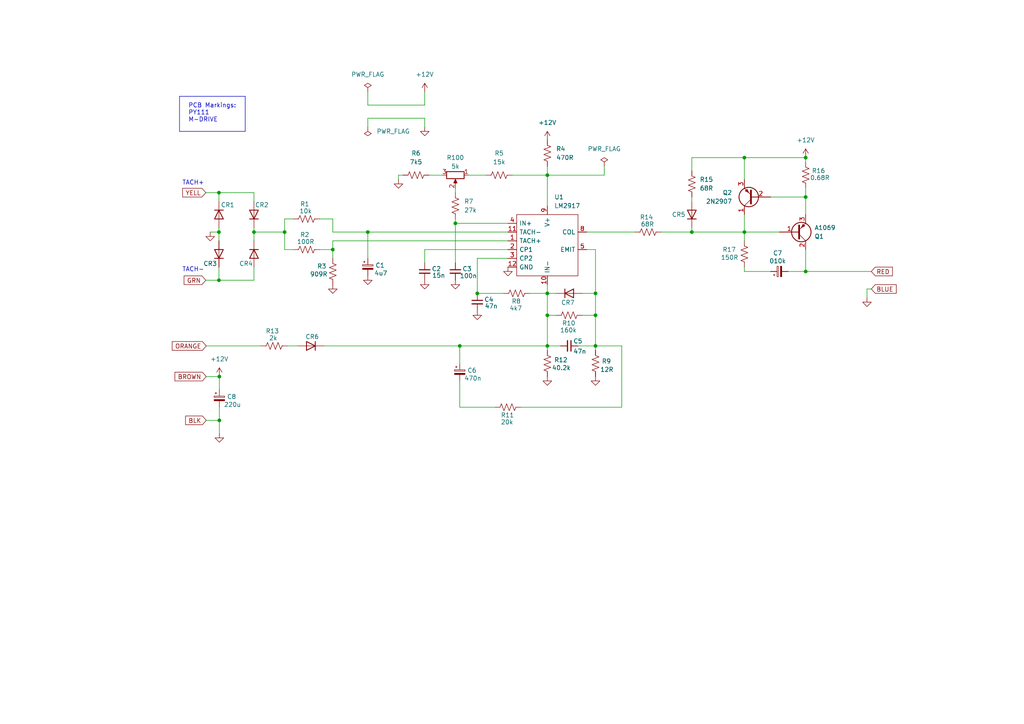
<source format=kicad_sch>
(kicad_sch (version 20230121) (generator eeschema)
  (paper "A4")
  (title_block (title "Apple Disk Drive II Speed Sensor PCB") (comment 1 "A2M0003") (comment 2 "Component references are different to schematics online"))
  (lib_symbols
    (symbol "Device:C_Polarized_Small" (pin_numbers hide) (pin_names (offset 0.254) hide)
      (property "Reference" "C" (at 0.254 1.778 0))
      (property "Value" "C_Polarized_Small" (at 0.254 -2.032 0))
      (symbol "C_Polarized_Small_0_1"
        (rectangle (start -1.524 -0.3048) (end 1.524 -0.6858) (fill (type outline)))
        (rectangle (start -1.524 0.6858) (end 1.524 0.3048))
        (polyline (pts (xy -1.27 1.524) (xy -0.762 1.524)))
        (polyline (pts (xy -1.016 1.27) (xy -1.016 1.778)))
      )
      (symbol "C_Polarized_Small_1_1"
        (pin passive line (at 0 2.54 270) (length 1.8542) (name "~") (number "1"))
        (pin passive line (at 0 -2.54 90) (length 1.8542) (name "~") (number "2"))
      )
    )
    (symbol "Device:C_Small" (pin_numbers hide) (pin_names (offset 0.254) hide)
      (property "Reference" "C" (at 0.254 1.778 0))
      (property "Value" "C_Small" (at 0.254 -2.032 0))
      (symbol "C_Small_0_1"
        (polyline (pts (xy -1.524 -0.508) (xy 1.524 -0.508)) (stroke (width 0.3302)))
        (polyline (pts (xy -1.524 0.508) (xy 1.524 0.508)) (stroke (width 0.3048)))
      )
      (symbol "C_Small_1_1"
        (pin passive line (at 0 2.54 270) (length 2.032) (name "~") (number "1"))
        (pin passive line (at 0 -2.54 90) (length 2.032) (name "~") (number "2"))
      )
    )
    (symbol "Device:Q_PNP_BCE" (pin_names (offset 0) hide)
      (property "Reference" "Q" (at 5.08 1.27 0))
      (property "Value" "Q_PNP_BCE" (at 5.08 -1.27 0))
      (symbol "Q_PNP_BCE_0_1"
        (polyline (pts (xy 0.635 0.635) (xy 2.54 2.54)))
        (polyline (pts (xy 0.635 -0.635) (xy 2.54 -2.54) (xy 2.54 -2.54)))
        (polyline (pts (xy 0.635 1.905) (xy 0.635 -1.905) (xy 0.635 -1.905)) (stroke (width 0.508)))
        (polyline (pts (xy 2.286 -1.778) (xy 1.778 -2.286) (xy 1.27 -1.27) (xy 2.286 -1.778) (xy 2.286 -1.778)) (fill (type outline)))
        (circle (center 1.27 0) (radius 2.8194) (stroke (width 0.254)))
      )
      (symbol "Q_PNP_BCE_1_1"
        (pin input line (at -5.08 0 0) (length 5.715) (name "B") (number "1"))
        (pin passive line (at 2.54 5.08 270) (length 2.54) (name "C") (number "2"))
        (pin passive line (at 2.54 -5.08 90) (length 2.54) (name "E") (number "3"))
      )
    )
    (symbol "Device:Q_PNP_CBE" (pin_names (offset 0) hide)
      (property "Reference" "Q" (at 5.08 1.27 0))
      (property "Value" "Q_PNP_CBE" (at 5.08 -1.27 0))
      (symbol "Q_PNP_CBE_0_1"
        (polyline (pts (xy 0.635 0.635) (xy 2.54 2.54)))
        (polyline (pts (xy 0.635 -0.635) (xy 2.54 -2.54) (xy 2.54 -2.54)))
        (polyline (pts (xy 0.635 1.905) (xy 0.635 -1.905) (xy 0.635 -1.905)) (stroke (width 0.508)))
        (polyline (pts (xy 2.286 -1.778) (xy 1.778 -2.286) (xy 1.27 -1.27) (xy 2.286 -1.778) (xy 2.286 -1.778)) (fill (type outline)))
        (circle (center 1.27 0) (radius 2.8194) (stroke (width 0.254)))
      )
      (symbol "Q_PNP_CBE_1_1"
        (pin passive line (at 2.54 5.08 270) (length 2.54) (name "C") (number "1"))
        (pin input line (at -5.08 0 0) (length 5.715) (name "B") (number "2"))
        (pin passive line (at 2.54 -5.08 90) (length 2.54) (name "E") (number "3"))
      )
    )
    (symbol "Device:R_Potentiometer" (pin_names (offset 1.016) hide)
      (property "Reference" "RV" (at -4.445 0 90))
      (property "Value" "R_Potentiometer" (at -2.54 0 90))
      (symbol "R_Potentiometer_0_1"
        (polyline (pts (xy 2.54 0) (xy 1.524 0)))
        (polyline (pts (xy 1.143 0) (xy 2.286 0.508) (xy 2.286 -0.508) (xy 1.143 0)) (fill (type outline)))
        (rectangle (start 1.016 2.54) (end -1.016 -2.54) (stroke (width 0.254)))
      )
      (symbol "R_Potentiometer_1_1"
        (pin passive line (at 0 3.81 270) (length 1.27) (name "1") (number "1"))
        (pin passive line (at 3.81 0 180) (length 1.27) (name "2") (number "2"))
        (pin passive line (at 0 -3.81 90) (length 1.27) (name "3") (number "3"))
      )
    )
    (symbol "Device:R_US" (pin_numbers hide) (pin_names (offset 0))
      (property "Reference" "R" (at 2.54 0 90))
      (property "Value" "R_US" (at -2.54 0 90))
      (symbol "R_US_0_1"
        (polyline (pts (xy 0 -2.286) (xy 0 -2.54)))
        (polyline (pts (xy 0 2.286) (xy 0 2.54)))
        (polyline (pts (xy 0 -0.762) (xy 1.016 -1.143) (xy 0 -1.524) (xy -1.016 -1.905) (xy 0 -2.286)))
        (polyline (pts (xy 0 0.762) (xy 1.016 0.381) (xy 0 0) (xy -1.016 -0.381) (xy 0 -0.762)))
        (polyline (pts (xy 0 2.286) (xy 1.016 1.905) (xy 0 1.524) (xy -1.016 1.143) (xy 0 0.762)))
      )
      (symbol "R_US_1_1"
        (pin passive line (at 0 3.81 270) (length 1.27) (name "~") (number "1"))
        (pin passive line (at 0 -3.81 90) (length 1.27) (name "~") (number "2"))
      )
    )
    (symbol "Diode:1N4148" (pin_numbers hide) (pin_names (offset 1.016) hide)
      (property "Reference" "D" (at 0 2.54 0))
      (property "Value" "1N4148" (at 0 -2.54 0))
      (symbol "1N4148_0_1"
        (polyline (pts (xy -1.27 1.27) (xy -1.27 -1.27)) (stroke (width 0.254)))
        (polyline (pts (xy 1.27 0) (xy -1.27 0)))
        (polyline (pts (xy 1.27 1.27) (xy 1.27 -1.27) (xy -1.27 0) (xy 1.27 1.27)) (stroke (width 0.254)))
      )
      (symbol "1N4148_1_1"
        (pin passive line (at -3.81 0 0) (length 2.54) (name "K") (number "1"))
        (pin passive line (at 3.81 0 180) (length 2.54) (name "A") (number "2"))
      )
    )
    (symbol "LM2917:LM2917" (pin_names (offset 0.762))
      (property "Reference" "U" (at -6.35 7.62 0))
      (property "Value" "LM2917" (at 7.62 7.62 0))
      (symbol "LM2917_0_1"
        (rectangle (start -6.35 6.35) (end 11.43 -11.43))
      )
      (symbol "LM2917_1_1"
        (pin input line (at -8.89 -1.27 0) (length 2.54) (name "TACH+") (number "1"))
        (pin input line (at 2.54 -13.97 90) (length 2.54) (name "IN-") (number "10"))
        (pin input line (at -8.89 1.27 0) (length 2.54) (name "TACH-") (number "11"))
        (pin power_in line (at -8.89 -8.89 0) (length 2.54) (name "GND") (number "12"))
        (pin no_connect line (at 13.97 -6.35 180) (length 2.54) hide (name "") (number "13"))
        (pin no_connect line (at 13.97 -8.89 180) (length 2.54) hide (name "") (number "14"))
        (pin output line (at -8.89 -3.81 0) (length 2.54) (name "CP1") (number "2"))
        (pin output line (at -8.89 -6.35 0) (length 2.54) (name "CP2") (number "3"))
        (pin input line (at -8.89 3.81 0) (length 2.54) (name "IN+") (number "4"))
        (pin output line (at 13.97 -3.81 180) (length 2.54) (name "EMIT") (number "5"))
        (pin no_connect line (at 13.97 3.81 180) (length 2.54) hide (name "") (number "6"))
        (pin no_connect line (at 13.97 -1.27 180) (length 2.54) hide (name "") (number "7"))
        (pin output line (at 13.97 1.27 180) (length 2.54) (name "COL") (number "8"))
        (pin power_in line (at 2.54 8.89 270) (length 2.54) (name "V+") (number "9"))
      )
    )
    (symbol "power:+12V" (power) (pin_names (offset 0))
      (property "Value" "+12V" (at 0 3.556 0))
      (symbol "+12V_0_1"
        (polyline (pts (xy -0.762 1.27) (xy 0 2.54)))
        (polyline (pts (xy 0 0) (xy 0 2.54)))
        (polyline (pts (xy 0 2.54) (xy 0.762 1.27)))
      )
      (symbol "+12V_1_1"
        (pin power_in line (at 0 0 90) (length 0) hide (name "+12V") (number "1"))
      )
    )
    (symbol "power:GND" (power) (pin_names (offset 0))
      (property "Value" "GND" (at 0 -3.81 0))
      (symbol "GND_0_1"
        (polyline (pts (xy 0 0) (xy 0 -1.27) (xy 1.27 -1.27) (xy 0 -2.54) (xy -1.27 -1.27) (xy 0 -1.27)))
      )
      (symbol "GND_1_1"
        (pin power_in line (at 0 0 270) (length 0) hide (name "GND") (number "1"))
      )
    )
    (symbol "power:PWR_FLAG" (power) (pin_numbers hide) (pin_names (offset 0) hide)
      (property "Value" "PWR_FLAG" (at 0 3.81 0))
      (symbol "PWR_FLAG_0_0"
        (pin power_out line (at 0 0 90) (length 0) (name "pwr") (number "1"))
      )
      (symbol "PWR_FLAG_0_1"
        (polyline (pts (xy 0 0) (xy 0 1.27) (xy -1.016 1.905) (xy 0 2.54) (xy 1.016 1.905) (xy 0 1.27)))
      )
    )
  )
  (junction (at 158.75 91.44))
  (junction (at 73.66 67.31))
  (junction (at 172.72 85.09))
  (junction (at 106.68 67.31))
  (junction (at 132.08 64.77))
  (junction (at 63.5 67.31))
  (junction (at 233.68 45.72))
  (junction (at 158.75 50.8))
  (junction (at 172.72 100.33))
  (junction (at 172.72 91.44))
  (junction (at 215.9 45.72))
  (junction (at 200.66 67.31))
  (junction (at 158.75 85.09))
  (junction (at 233.68 57.15))
  (junction (at 63.627 109.22))
  (junction (at 233.68 78.74))
  (junction (at 138.43 85.09))
  (junction (at 63.5 81.28))
  (junction (at 82.55 67.31))
  (junction (at 63.5 55.88))
  (junction (at 215.9 67.31))
  (junction (at 133.35 100.33))
  (junction (at 158.75 100.33))
  (junction (at 96.52 72.39))
  (junction (at 63.627 121.92))
  (wire (pts (xy 63.5 81.28) (xy 73.66 81.28)))
  (wire (pts (xy 132.08 64.77) (xy 132.08 76.2)))
  (wire (pts (xy 168.91 91.44) (xy 172.72 91.44)))
  (wire (pts (xy 123.19 36.83) (xy 123.19 34.29)))
  (wire (pts (xy 115.57 50.8) (xy 116.84 50.8)))
  (wire (pts (xy 73.66 67.31) (xy 73.66 69.85)))
  (wire (pts (xy 172.72 72.39) (xy 172.72 85.09)))
  (wire (pts (xy 158.75 59.69) (xy 158.75 50.8)))
  (wire (pts (xy 96.52 72.39) (xy 96.52 74.93)))
  (wire (pts (xy 167.64 100.33) (xy 172.72 100.33)))
  (wire (pts (xy 180.34 118.11) (xy 180.34 100.33)))
  (wire (pts (xy 59.817 100.33) (xy 75.692 100.33)))
  (wire (pts (xy 200.66 45.72) (xy 200.66 49.53)))
  (wire (pts (xy 147.32 74.93) (xy 138.43 74.93)))
  (wire (pts (xy 215.9 67.31) (xy 226.06 67.31)))
  (wire (pts (xy 133.35 118.11) (xy 143.51 118.11)))
  (wire (pts (xy 133.35 110.49) (xy 133.35 118.11)))
  (wire (pts (xy 200.66 66.04) (xy 200.66 67.31)))
  (wire (pts (xy 82.55 63.5) (xy 85.09 63.5)))
  (wire (pts (xy 83.312 100.33) (xy 86.36 100.33)))
  (wire (pts (xy 191.77 67.31) (xy 200.66 67.31)))
  (wire (pts (xy 63.5 66.04) (xy 63.5 67.31)))
  (wire (pts (xy 123.19 34.29) (xy 106.68 34.29)))
  (wire (pts (xy 123.19 76.2) (xy 123.19 72.39)))
  (wire (pts (xy 96.52 67.31) (xy 106.68 67.31)))
  (polyline (pts (xy 52.07 27.94) (xy 52.07 38.1)))
  (wire (pts (xy 233.68 45.72) (xy 233.68 46.99)))
  (wire (pts (xy 63.5 55.88) (xy 63.5 58.42)))
  (wire (pts (xy 175.26 50.8) (xy 158.75 50.8)))
  (wire (pts (xy 158.75 85.09) (xy 161.29 85.09)))
  (wire (pts (xy 175.26 48.26) (xy 175.26 50.8)))
  (wire (pts (xy 233.68 54.61) (xy 233.68 57.15)))
  (wire (pts (xy 162.56 100.33) (xy 158.75 100.33)))
  (polyline (pts (xy 71.12 27.94) (xy 71.12 38.1)))
  (wire (pts (xy 158.75 100.33) (xy 158.75 91.44)))
  (wire (pts (xy 82.55 67.31) (xy 82.55 72.39)))
  (wire (pts (xy 200.66 45.72) (xy 215.9 45.72)))
  (wire (pts (xy 82.55 72.39) (xy 85.09 72.39)))
  (wire (pts (xy 63.5 67.31) (xy 63.5 69.85)))
  (wire (pts (xy 59.817 109.22) (xy 63.627 109.22)))
  (wire (pts (xy 132.08 63.5) (xy 132.08 64.77)))
  (wire (pts (xy 158.75 100.33) (xy 158.75 101.6)))
  (wire (pts (xy 132.08 54.61) (xy 132.08 55.88)))
  (wire (pts (xy 153.67 85.09) (xy 158.75 85.09)))
  (wire (pts (xy 73.66 81.28) (xy 73.66 77.47)))
  (wire (pts (xy 223.52 57.15) (xy 233.68 57.15)))
  (wire (pts (xy 228.6 78.74) (xy 233.68 78.74)))
  (wire (pts (xy 92.71 72.39) (xy 96.52 72.39)))
  (wire (pts (xy 63.627 121.92) (xy 59.817 121.92)))
  (wire (pts (xy 133.35 100.33) (xy 133.35 105.41)))
  (wire (pts (xy 63.627 118.11) (xy 63.627 121.92)))
  (wire (pts (xy 200.66 67.31) (xy 215.9 67.31)))
  (wire (pts (xy 133.35 100.33) (xy 158.75 100.33)))
  (wire (pts (xy 106.68 30.48) (xy 106.68 26.67)))
  (wire (pts (xy 215.9 67.31) (xy 215.9 69.85)))
  (wire (pts (xy 63.5 55.88) (xy 73.66 55.88)))
  (wire (pts (xy 251.46 83.82) (xy 252.73 83.82)))
  (wire (pts (xy 73.66 67.31) (xy 82.55 67.31)))
  (wire (pts (xy 158.75 50.8) (xy 148.59 50.8)))
  (wire (pts (xy 106.68 67.31) (xy 106.68 74.93)))
  (wire (pts (xy 172.72 85.09) (xy 172.72 91.44)))
  (wire (pts (xy 96.52 69.85) (xy 96.52 72.39)))
  (wire (pts (xy 59.69 81.28) (xy 63.5 81.28)))
  (wire (pts (xy 158.75 82.55) (xy 158.75 85.09)))
  (wire (pts (xy 63.5 81.28) (xy 63.5 77.47)))
  (wire (pts (xy 115.57 52.07) (xy 115.57 50.8)))
  (wire (pts (xy 158.75 91.44) (xy 158.75 85.09)))
  (wire (pts (xy 96.52 63.5) (xy 96.52 67.31)))
  (wire (pts (xy 63.627 109.22) (xy 63.627 113.03)))
  (wire (pts (xy 60.96 67.31) (xy 63.5 67.31)))
  (wire (pts (xy 63.627 125.73) (xy 63.627 121.92)))
  (wire (pts (xy 200.66 57.15) (xy 200.66 58.42)))
  (wire (pts (xy 215.9 45.72) (xy 215.9 52.07)))
  (wire (pts (xy 215.9 62.23) (xy 215.9 67.31)))
  (wire (pts (xy 215.9 45.72) (xy 233.68 45.72)))
  (wire (pts (xy 172.72 91.44) (xy 172.72 100.33)))
  (wire (pts (xy 180.34 100.33) (xy 172.72 100.33)))
  (wire (pts (xy 233.68 57.15) (xy 233.68 62.23)))
  (polyline (pts (xy 52.07 27.94) (xy 71.12 27.94)))
  (wire (pts (xy 132.08 64.77) (xy 147.32 64.77)))
  (wire (pts (xy 233.68 72.39) (xy 233.68 78.74)))
  (wire (pts (xy 170.18 67.31) (xy 184.15 67.31)))
  (wire (pts (xy 170.18 72.39) (xy 172.72 72.39)))
  (wire (pts (xy 92.71 63.5) (xy 96.52 63.5)))
  (wire (pts (xy 123.19 26.67) (xy 123.19 30.48)))
  (wire (pts (xy 168.91 85.09) (xy 172.72 85.09)))
  (wire (pts (xy 161.29 91.44) (xy 158.75 91.44)))
  (wire (pts (xy 59.69 55.88) (xy 63.5 55.88)))
  (wire (pts (xy 172.72 100.33) (xy 172.72 101.6)))
  (wire (pts (xy 138.43 74.93) (xy 138.43 85.09)))
  (wire (pts (xy 123.19 30.48) (xy 106.68 30.48)))
  (wire (pts (xy 93.98 100.33) (xy 133.35 100.33)))
  (wire (pts (xy 106.68 67.31) (xy 147.32 67.31)))
  (wire (pts (xy 73.66 66.04) (xy 73.66 67.31)))
  (wire (pts (xy 96.52 69.85) (xy 147.32 69.85)))
  (wire (pts (xy 123.19 72.39) (xy 147.32 72.39)))
  (polyline (pts (xy 71.12 38.1) (xy 52.07 38.1)))
  (wire (pts (xy 124.46 50.8) (xy 128.27 50.8)))
  (wire (pts (xy 151.13 118.11) (xy 180.34 118.11)))
  (wire (pts (xy 233.68 78.74) (xy 252.73 78.74)))
  (wire (pts (xy 158.75 48.26) (xy 158.75 50.8)))
  (wire (pts (xy 215.9 78.74) (xy 223.52 78.74)))
  (wire (pts (xy 135.89 50.8) (xy 140.97 50.8)))
  (wire (pts (xy 138.43 85.09) (xy 146.05 85.09)))
  (wire (pts (xy 82.55 63.5) (xy 82.55 67.31)))
  (wire (pts (xy 73.66 55.88) (xy 73.66 58.42)))
  (wire (pts (xy 251.46 83.82) (xy 251.46 86.36)))
  (wire (pts (xy 106.68 34.29) (xy 106.68 36.83)))
  (wire (pts (xy 215.9 77.47) (xy 215.9 78.74)))
  (text "TACH-" (at 52.832 78.994 0) (effects (font (size 1.27 1.27)) (justify left bottom)))
  (text "TACH+" (at 52.832 53.848 0) (effects (font (size 1.27 1.27)) (justify left bottom)))
  (text "PCB Markings:\nPY111\nM-DRIVE" (at 54.61 35.56 0) (effects (font (size 1.27 1.27)) (justify left bottom)))
  (global_label "GRN" (shape input) (at 59.69 81.28 180) (property "Intersheetrefs" "${INTERSHEET_REFS}" (effects hide)))
  (global_label "BLUE" (shape input) (at 252.73 83.82 0) (property "Intersheetrefs" "${INTERSHEET_REFS}" (effects hide)))
  (global_label "YELL" (shape input) (at 59.69 55.88 180) (property "Intersheetrefs" "${INTERSHEET_REFS}" (effects hide)))
  (global_label "RED" (shape input) (at 252.73 78.74 0) (property "Intersheetrefs" "${INTERSHEET_REFS}" (effects hide)))
  (global_label "BROWN" (shape input) (at 59.817 109.22 180) (property "Intersheetrefs" "${INTERSHEET_REFS}" (effects hide)))
  (global_label "BLK" (shape input) (at 59.817 121.92 180) (property "Intersheetrefs" "${INTERSHEET_REFS}" (effects hide)))
  (global_label "ORANGE" (shape input) (at 59.817 100.33 180) (property "Intersheetrefs" "${INTERSHEET_REFS}" (effects hide)))
  (symbol (lib_id "power:+12V") (at 123.19 26.67 0) (unit 1)
    (property "Reference" "#PWR0116" (effects hide))
    (property "Value" "+12V" (at 123.19 21.59 0))
  )
  (symbol (lib_id "Device:Q_PNP_BCE") (at 231.14 67.31 0) (mirror x) (unit 1)
    (property "Reference" "Q1" (at 236.22 68.5801 0) (effects (justify left)))
    (property "Value" "A1069" (at 236.22 66.0401 0) (effects (justify left)))
  )
  (symbol (lib_id "power:GND") (at 123.19 81.28 0) (unit 1)
    (property "Reference" "#PWR0108" (effects hide))
    (property "Value" "GND" (effects hide))
  )
  (symbol (lib_id "power:+12V") (at 158.75 40.64 0) (unit 1)
    (property "Reference" "#PWR0113" (effects hide))
    (property "Value" "+12V" (at 158.75 35.56 0))
  )
  (symbol (lib_id "Device:R_US") (at 144.78 50.8 90) (unit 1)
    (property "Reference" "R5" (at 144.78 44.45 90))
    (property "Value" "15k" (at 144.78 46.99 90))
  )
  (symbol (lib_id "Diode:1N4148") (at 200.66 62.23 90) (unit 1)
    (property "Reference" "CR5" (at 196.85 62.23 90))
    (property "Value" "1N4148" (effects hide))
    (property "Footprint" "Diode_THT:D_DO-35_SOD27_P7.62mm_Horizontal" (effects hide))
    (property "Datasheet" "https://assets.nexperia.com/documents/data-sheet/1N4148_1N4448.pdf" (effects hide))
  )
  (symbol (lib_id "Device:Q_PNP_CBE") (at 218.44 57.15 180) (unit 1)
    (property "Reference" "Q2" (at 212.344 55.8799 0) (effects (justify left)))
    (property "Value" "2N2907" (at 212.344 58.4199 0) (effects (justify left)))
  )
  (symbol (lib_id "Device:R_US") (at 88.9 63.5 270) (unit 1)
    (property "Reference" "R1" (at 88.392 59.182 90))
    (property "Value" "10k" (at 88.646 61.214 90))
  )
  (symbol (lib_id "Device:R_US") (at 200.66 53.34 0) (unit 1)
    (property "Reference" "R15" (at 202.946 52.0699 0) (effects (justify left)))
    (property "Value" "68R" (at 202.946 54.6099 0) (effects (justify left)))
  )
  (symbol (lib_id "Device:C_Small") (at 165.1 100.33 270) (unit 1)
    (property "Reference" "C5" (at 166.2684 98.933 90) (effects (justify left)))
    (property "Value" "47n" (at 166.2684 101.9302 90) (effects (justify left)))
  )
  (symbol (lib_id "Device:R_US") (at 165.1 91.44 90) (unit 1)
    (property "Reference" "R10" (at 164.973 93.726 90))
    (property "Value" "160k" (at 164.846 95.758 90))
  )
  (symbol (lib_id "Device:R_US") (at 149.86 85.09 90) (unit 1)
    (property "Reference" "R8" (at 149.733 87.376 90))
    (property "Value" "4k7" (at 149.606 89.408 90))
  )
  (symbol (lib_id "Device:R_US") (at 96.52 78.74 0) (unit 1)
    (property "Reference" "R3" (at 93.345 77.216 0))
    (property "Value" "909R" (at 92.456 79.502 0))
  )
  (symbol (lib_id "Device:R_US") (at 215.9 73.66 180) (unit 1)
    (property "Reference" "R17" (at 209.55 72.39 0) (effects (justify right)))
    (property "Value" "150R" (at 209.042 74.676 0) (effects (justify right)))
  )
  (symbol (lib_id "Device:R_US") (at 187.96 67.31 90) (unit 1)
    (property "Reference" "R14" (at 189.484 62.992 90) (effects (justify left)))
    (property "Value" "68R" (at 189.738 65.024 90) (effects (justify left)))
  )
  (symbol (lib_id "Device:C_Small") (at 123.19 78.74 0) (unit 1)
    (property "Reference" "C2" (at 125.222 77.978 0) (effects (justify left)))
    (property "Value" "15n" (at 125.349 79.883 0) (effects (justify left)))
  )
  (symbol (lib_id "Device:R_US") (at 147.32 118.11 90) (unit 1)
    (property "Reference" "R11" (at 147.193 120.396 90))
    (property "Value" "20k" (at 147.066 122.428 90))
  )
  (symbol (lib_id "Device:C_Small") (at 138.43 87.63 0) (unit 1)
    (property "Reference" "C4" (at 140.462 86.868 0) (effects (justify left)))
    (property "Value" "47n" (at 140.589 88.773 0) (effects (justify left)))
  )
  (symbol (lib_id "power:+12V") (at 63.627 109.22 0) (unit 1)
    (property "Reference" "#PWR0111" (effects hide))
    (property "Value" "+12V" (at 63.627 104.14 0))
  )
  (symbol (lib_id "power:GND") (at 106.68 80.01 0) (unit 1)
    (property "Reference" "#PWR0109" (effects hide))
    (property "Value" "GND" (effects hide))
  )
  (symbol (lib_id "Diode:1N4148") (at 165.1 85.09 0) (unit 1)
    (property "Reference" "CR7" (at 164.719 87.757 0))
    (property "Value" "1N4148" (effects hide))
    (property "Footprint" "Diode_THT:D_DO-35_SOD27_P7.62mm_Horizontal" (effects hide))
    (property "Datasheet" "https://assets.nexperia.com/documents/data-sheet/1N4148_1N4448.pdf" (effects hide))
  )
  (symbol (lib_id "Device:C_Polarized_Small") (at 226.06 78.74 90) (unit 1)
    (property "Reference" "C7" (at 225.552 73.406 90))
    (property "Value" "010k" (at 225.552 75.692 90))
  )
  (symbol (lib_id "power:GND") (at 132.08 81.28 0) (unit 1)
    (property "Reference" "#PWR0114" (effects hide))
    (property "Value" "GND" (effects hide))
  )
  (symbol (lib_id "Device:R_US") (at 88.9 72.39 270) (unit 1)
    (property "Reference" "R2" (at 88.392 68.072 90))
    (property "Value" "100R" (at 88.646 70.104 90))
  )
  (symbol (lib_id "Device:C_Polarized_Small") (at 106.68 77.47 0) (unit 1)
    (property "Reference" "C1" (at 110.236 76.962 0))
    (property "Value" "4u7" (at 110.49 79.248 0))
  )
  (symbol (lib_id "Diode:1N4148") (at 73.66 62.23 90) (unit 1)
    (property "Reference" "CR2" (at 75.946 59.436 90))
    (property "Value" "1N4148" (effects hide))
    (property "Footprint" "Diode_THT:D_DO-35_SOD27_P7.62mm_Horizontal" (effects hide))
    (property "Datasheet" "https://assets.nexperia.com/documents/data-sheet/1N4148_1N4448.pdf" (effects hide))
  )
  (symbol (lib_id "Device:R_US") (at 158.75 44.45 180) (unit 1)
    (property "Reference" "R4" (at 161.29 43.1799 0) (effects (justify right)))
    (property "Value" "470R" (at 161.29 45.7199 0) (effects (justify right)))
  )
  (symbol (lib_id "power:GND") (at 123.19 36.83 0) (unit 1)
    (property "Reference" "#PWR0117" (effects hide))
    (property "Value" "GND" (effects hide))
  )
  (symbol (lib_id "power:GND") (at 96.52 82.55 0) (unit 1)
    (property "Reference" "#PWR0103" (effects hide))
    (property "Value" "GND" (effects hide))
  )
  (symbol (lib_id "Device:R_US") (at 132.08 59.69 0) (unit 1)
    (property "Reference" "R7" (at 134.62 58.4199 0) (effects (justify left)))
    (property "Value" "27k" (at 134.62 60.9599 0) (effects (justify left)))
  )
  (symbol (lib_id "Diode:1N4148") (at 73.66 73.66 270) (unit 1)
    (property "Reference" "CR4" (at 71.374 76.454 90))
    (property "Value" "1N4148" (effects hide))
    (property "Footprint" "Diode_THT:D_DO-35_SOD27_P7.62mm_Horizontal" (effects hide))
    (property "Datasheet" "https://assets.nexperia.com/documents/data-sheet/1N4148_1N4448.pdf" (effects hide))
  )
  (symbol (lib_id "power:GND") (at 172.72 109.22 0) (unit 1)
    (property "Reference" "#PWR0106" (effects hide))
    (property "Value" "GND" (effects hide))
  )
  (symbol (lib_id "Diode:1N4148") (at 63.5 62.23 270) (unit 1)
    (property "Reference" "CR1" (at 66.04 59.436 90))
    (property "Value" "1N4148" (effects hide))
    (property "Footprint" "Diode_THT:D_DO-35_SOD27_P7.62mm_Horizontal" (effects hide))
    (property "Datasheet" "https://assets.nexperia.com/documents/data-sheet/1N4148_1N4448.pdf" (effects hide))
  )
  (symbol (lib_id "Device:R_Potentiometer") (at 132.08 50.8 270) (unit 1)
    (property "Reference" "R100" (at 132.08 45.72 90))
    (property "Value" "5k" (at 132.08 48.26 90))
  )
  (symbol (lib_id "power:GND") (at 60.96 67.31 0) (unit 1)
    (property "Reference" "#PWR0104" (effects hide))
    (property "Value" "GND" (effects hide))
  )
  (symbol (lib_id "Diode:1N4148") (at 63.5 73.66 90) (unit 1)
    (property "Reference" "CR3" (at 60.96 76.454 90))
    (property "Value" "1N4148" (effects hide))
    (property "Footprint" "Diode_THT:D_DO-35_SOD27_P7.62mm_Horizontal" (effects hide))
    (property "Datasheet" "https://assets.nexperia.com/documents/data-sheet/1N4148_1N4448.pdf" (effects hide))
  )
  (symbol (lib_id "power:PWR_FLAG") (at 106.68 26.67 0) (unit 1)
    (property "Reference" "#FLG0102" (effects hide))
    (property "Value" "PWR_FLAG" (at 106.68 21.59 0))
  )
  (symbol (lib_id "LM2917:LM2917") (at 156.21 68.58 0) (unit 1)
    (property "Reference" "U1" (at 160.7694 57.15 0) (effects (justify left)))
    (property "Value" "LM2917" (at 160.7694 59.69 0) (effects (justify left)))
    (property "Datasheet" "https://www.ti.com/lit/ds/symlink/lm2907-n.pdf" (effects hide))
  )
  (symbol (lib_id "power:GND") (at 158.75 109.22 0) (unit 1)
    (property "Reference" "#PWR0105" (effects hide))
    (property "Value" "GND" (effects hide))
  )
  (symbol (lib_id "Diode:1N4148") (at 90.17 100.33 180) (unit 1)
    (property "Reference" "CR6" (at 90.551 97.663 0))
    (property "Value" "1N4148" (effects hide))
    (property "Footprint" "Diode_THT:D_DO-35_SOD27_P7.62mm_Horizontal" (effects hide))
    (property "Datasheet" "https://assets.nexperia.com/documents/data-sheet/1N4148_1N4448.pdf" (effects hide))
  )
  (symbol (lib_id "Device:R_US") (at 158.75 105.41 180) (unit 1)
    (property "Reference" "R12" (at 162.687 104.394 0))
    (property "Value" "40.2k" (at 162.814 106.68 0))
  )
  (symbol (lib_id "power:GND") (at 115.57 52.07 0) (unit 1)
    (property "Reference" "#PWR0115" (effects hide))
    (property "Value" "GND" (effects hide))
  )
  (symbol (lib_id "power:GND") (at 63.627 125.73 0) (unit 1)
    (property "Reference" "#PWR0112" (effects hide))
    (property "Value" "GND" (effects hide))
  )
  (symbol (lib_id "power:GND") (at 138.43 90.17 0) (unit 1)
    (property "Reference" "#PWR0110" (effects hide))
    (property "Value" "GND" (effects hide))
  )
  (symbol (lib_id "power:+12V") (at 233.68 45.72 0) (unit 1)
    (property "Reference" "#PWR0101" (effects hide))
    (property "Value" "+12V" (at 233.68 40.64 0))
  )
  (symbol (lib_id "Device:C_Small") (at 132.08 78.74 0) (unit 1)
    (property "Reference" "C3" (at 134.112 77.978 0) (effects (justify left)))
    (property "Value" "100n" (at 133.35 80.01 0) (effects (justify left)))
  )
  (symbol (lib_id "power:PWR_FLAG") (at 106.68 36.83 180) (unit 1)
    (property "Reference" "#FLG0103" (effects hide))
    (property "Value" "PWR_FLAG" (at 109.22 38.0999 0) (effects (justify right)))
  )
  (symbol (lib_id "Device:C_Polarized_Small") (at 63.627 115.57 0) (unit 1)
    (property "Reference" "C8" (at 67.183 115.062 0))
    (property "Value" "220u" (at 67.437 117.348 0))
  )
  (symbol (lib_id "power:GND") (at 147.32 77.47 0) (unit 1)
    (property "Reference" "#PWR0107" (effects hide))
    (property "Value" "GND" (effects hide))
  )
  (symbol (lib_id "Device:R_US") (at 79.502 100.33 270) (unit 1)
    (property "Reference" "R13" (at 78.994 96.012 90))
    (property "Value" "2k" (at 79.248 98.044 90))
  )
  (symbol (lib_id "power:GND") (at 251.46 86.36 0) (unit 1)
    (property "Reference" "#PWR0102" (effects hide))
    (property "Value" "GND" (effects hide))
  )
  (symbol (lib_id "Device:R_US") (at 233.68 50.8 180) (unit 1)
    (property "Reference" "R16" (at 235.458 49.5299 0) (effects (justify right)))
    (property "Value" "0.68R" (at 234.95 51.562 0) (effects (justify right)))
  )
  (symbol (lib_id "power:PWR_FLAG") (at 175.26 48.26 0) (unit 1)
    (property "Reference" "#FLG0101" (effects hide))
    (property "Value" "PWR_FLAG" (at 175.26 43.18 0))
  )
  (symbol (lib_id "Device:R_US") (at 172.72 105.41 180) (unit 1)
    (property "Reference" "R9" (at 175.895 104.775 0))
    (property "Value" "12R" (at 176.022 107.188 0))
  )
  (symbol (lib_id "Device:C_Polarized_Small") (at 133.35 107.95 0) (unit 1)
    (property "Reference" "C6" (at 136.906 107.442 0))
    (property "Value" "470n" (at 137.16 109.728 0))
  )
  (symbol (lib_id "Device:R_US") (at 120.65 50.8 90) (unit 1)
    (property "Reference" "R6" (at 120.65 44.45 90))
    (property "Value" "7k5" (at 120.65 46.99 90))
  )
)
</source>
